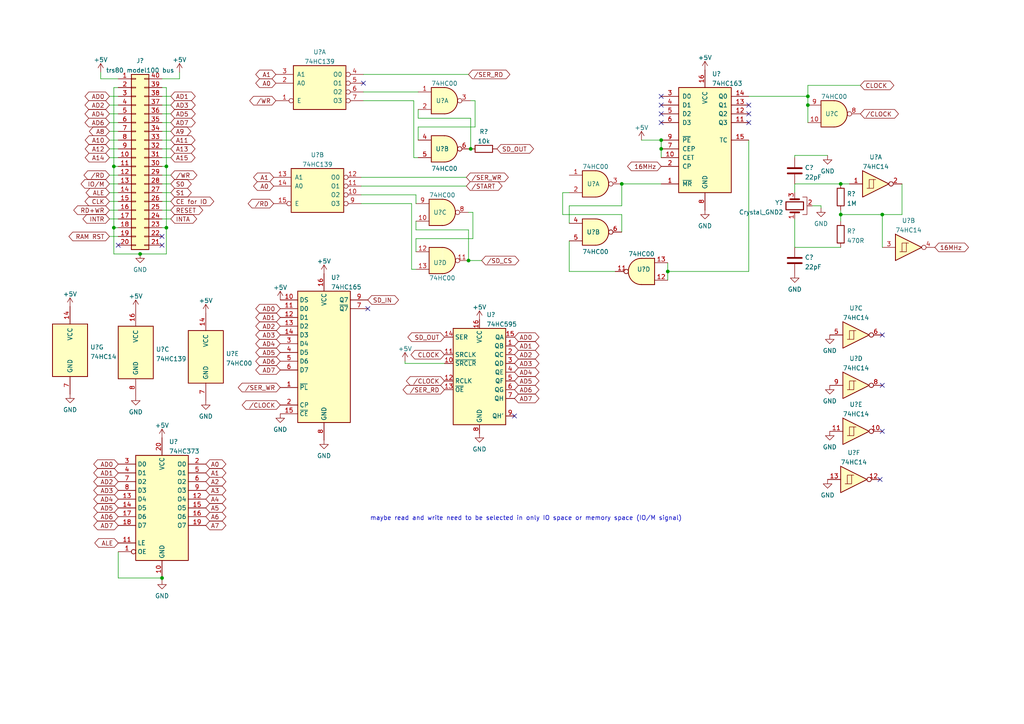
<source format=kicad_sch>
(kicad_sch (version 20211123) (generator eeschema)
  (paper "A4")
  (lib_symbols
    (symbol "74xx:74HC14" (pin_names (offset 1.016))
      (property "Reference" "U" (at 0 1.27 0))
      (property "Value" "74HC14" (at 0 -1.27 0))
      (symbol "74HC14_1_0"
        (pin input line (at -7.62 0 0) (length 3.81) (name "~") (number "1"))
        (pin output inverted (at 7.62 0 180) (length 3.81) (name "~") (number "2"))
      )
      (symbol "74HC14_2_0"
        (pin input line (at -7.62 0 0) (length 3.81) (name "~") (number "3"))
        (pin output inverted (at 7.62 0 180) (length 3.81) (name "~") (number "4"))
      )
      (symbol "74HC14_3_0"
        (pin input line (at -7.62 0 0) (length 3.81) (name "~") (number "5"))
        (pin output inverted (at 7.62 0 180) (length 3.81) (name "~") (number "6"))
      )
      (symbol "74HC14_4_0"
        (pin output inverted (at 7.62 0 180) (length 3.81) (name "~") (number "8"))
        (pin input line (at -7.62 0 0) (length 3.81) (name "~") (number "9"))
      )
      (symbol "74HC14_5_0"
        (pin output inverted (at 7.62 0 180) (length 3.81) (name "~") (number "10"))
        (pin input line (at -7.62 0 0) (length 3.81) (name "~") (number "11"))
      )
      (symbol "74HC14_6_0"
        (pin output inverted (at 7.62 0 180) (length 3.81) (name "~") (number "12"))
        (pin input line (at -7.62 0 0) (length 3.81) (name "~") (number "13"))
      )
      (symbol "74HC14_7_0"
        (pin power_in line (at 0 12.7 270) (length 5.08) (name "VCC") (number "14"))
        (pin power_in line (at 0 -12.7 90) (length 5.08) (name "GND") (number "7"))
      )
    )
    (symbol "74xx:74HC373"
      (property "Reference" "U" (at -7.62 16.51 0))
      (property "Value" "74HC373" (at -7.62 -16.51 0))
      (symbol "74HC373_1_0"
        (pin input inverted (at -12.7 -12.7 0) (length 5.08) (name "OE") (number "1"))
        (pin power_in line (at 0 -20.32 90) (length 5.08) (name "GND") (number "10"))
        (pin input line (at -12.7 -10.16 0) (length 5.08) (name "LE") (number "11"))
        (pin tri_state line (at 12.7 2.54 180) (length 5.08) (name "O4") (number "12"))
        (pin input line (at -12.7 2.54 0) (length 5.08) (name "D4") (number "13"))
        (pin input line (at -12.7 0 0) (length 5.08) (name "D5") (number "14"))
        (pin tri_state line (at 12.7 0 180) (length 5.08) (name "O5") (number "15"))
        (pin tri_state line (at 12.7 -2.54 180) (length 5.08) (name "O6") (number "16"))
        (pin input line (at -12.7 -2.54 0) (length 5.08) (name "D6") (number "17"))
        (pin input line (at -12.7 -5.08 0) (length 5.08) (name "D7") (number "18"))
        (pin tri_state line (at 12.7 -5.08 180) (length 5.08) (name "O7") (number "19"))
        (pin tri_state line (at 12.7 12.7 180) (length 5.08) (name "O0") (number "2"))
        (pin power_in line (at 0 20.32 270) (length 5.08) (name "VCC") (number "20"))
        (pin input line (at -12.7 12.7 0) (length 5.08) (name "D0") (number "3"))
        (pin input line (at -12.7 10.16 0) (length 5.08) (name "D1") (number "4"))
        (pin tri_state line (at 12.7 10.16 180) (length 5.08) (name "O1") (number "5"))
        (pin tri_state line (at 12.7 7.62 180) (length 5.08) (name "O2") (number "6"))
        (pin input line (at -12.7 7.62 0) (length 5.08) (name "D2") (number "7"))
        (pin input line (at -12.7 5.08 0) (length 5.08) (name "D3") (number "8"))
        (pin tri_state line (at 12.7 5.08 180) (length 5.08) (name "O3") (number "9"))
      )
    )
    (symbol "74xx:74LS00" (pin_names (offset 1.016))
      (property "Reference" "U" (at 0 1.27 0))
      (property "Value" "74LS00" (at 0 -1.27 0))
      (symbol "74LS00_1_1"
        (pin input line (at -7.62 2.54 0) (length 3.81) (name "~") (number "1"))
        (pin input line (at -7.62 -2.54 0) (length 3.81) (name "~") (number "2"))
        (pin output inverted (at 7.62 0 180) (length 3.81) (name "~") (number "3"))
      )
      (symbol "74LS00_1_2"
        (pin input inverted (at -7.62 2.54 0) (length 4.318) (name "~") (number "1"))
        (pin input inverted (at -7.62 -2.54 0) (length 4.318) (name "~") (number "2"))
        (pin output line (at 7.62 0 180) (length 3.81) (name "~") (number "3"))
      )
      (symbol "74LS00_2_1"
        (pin input line (at -7.62 2.54 0) (length 3.81) (name "~") (number "4"))
        (pin input line (at -7.62 -2.54 0) (length 3.81) (name "~") (number "5"))
        (pin output inverted (at 7.62 0 180) (length 3.81) (name "~") (number "6"))
      )
      (symbol "74LS00_2_2"
        (pin input inverted (at -7.62 2.54 0) (length 4.318) (name "~") (number "4"))
        (pin input inverted (at -7.62 -2.54 0) (length 4.318) (name "~") (number "5"))
        (pin output line (at 7.62 0 180) (length 3.81) (name "~") (number "6"))
      )
      (symbol "74LS00_3_1"
        (pin input line (at -7.62 -2.54 0) (length 3.81) (name "~") (number "10"))
        (pin output inverted (at 7.62 0 180) (length 3.81) (name "~") (number "8"))
        (pin input line (at -7.62 2.54 0) (length 3.81) (name "~") (number "9"))
      )
      (symbol "74LS00_3_2"
        (pin input inverted (at -7.62 -2.54 0) (length 4.318) (name "~") (number "10"))
        (pin output line (at 7.62 0 180) (length 3.81) (name "~") (number "8"))
        (pin input inverted (at -7.62 2.54 0) (length 4.318) (name "~") (number "9"))
      )
      (symbol "74LS00_4_1"
        (pin output inverted (at 7.62 0 180) (length 3.81) (name "~") (number "11"))
        (pin input line (at -7.62 2.54 0) (length 3.81) (name "~") (number "12"))
        (pin input line (at -7.62 -2.54 0) (length 3.81) (name "~") (number "13"))
      )
      (symbol "74LS00_4_2"
        (pin output line (at 7.62 0 180) (length 3.81) (name "~") (number "11"))
        (pin input inverted (at -7.62 2.54 0) (length 4.318) (name "~") (number "12"))
        (pin input inverted (at -7.62 -2.54 0) (length 4.318) (name "~") (number "13"))
      )
      (symbol "74LS00_5_0"
        (pin power_in line (at 0 12.7 270) (length 5.08) (name "VCC") (number "14"))
        (pin power_in line (at 0 -12.7 90) (length 5.08) (name "GND") (number "7"))
      )
    )
    (symbol "74xx:74LS139" (pin_names (offset 1.016))
      (property "Reference" "U" (at -7.62 8.89 0))
      (property "Value" "74LS139" (at -7.62 -8.89 0))
      (symbol "74LS139_1_0"
        (pin input inverted (at -12.7 -5.08 0) (length 5.08) (name "E") (number "1"))
        (pin input line (at -12.7 0 0) (length 5.08) (name "A0") (number "2"))
        (pin input line (at -12.7 2.54 0) (length 5.08) (name "A1") (number "3"))
        (pin output inverted (at 12.7 2.54 180) (length 5.08) (name "O0") (number "4"))
        (pin output inverted (at 12.7 0 180) (length 5.08) (name "O1") (number "5"))
        (pin output inverted (at 12.7 -2.54 180) (length 5.08) (name "O2") (number "6"))
        (pin output inverted (at 12.7 -5.08 180) (length 5.08) (name "O3") (number "7"))
      )
      (symbol "74LS139_2_0"
        (pin output inverted (at 12.7 -2.54 180) (length 5.08) (name "O2") (number "10"))
        (pin output inverted (at 12.7 0 180) (length 5.08) (name "O1") (number "11"))
        (pin output inverted (at 12.7 2.54 180) (length 5.08) (name "O0") (number "12"))
        (pin input line (at -12.7 2.54 0) (length 5.08) (name "A1") (number "13"))
        (pin input line (at -12.7 0 0) (length 5.08) (name "A0") (number "14"))
        (pin input inverted (at -12.7 -5.08 0) (length 5.08) (name "E") (number "15"))
        (pin output inverted (at 12.7 -5.08 180) (length 5.08) (name "O3") (number "9"))
      )
      (symbol "74LS139_3_0"
        (pin power_in line (at 0 12.7 270) (length 5.08) (name "VCC") (number "16"))
        (pin power_in line (at 0 -12.7 90) (length 5.08) (name "GND") (number "8"))
      )
    )
    (symbol "74xx:74LS163" (pin_names (offset 1.016))
      (property "Reference" "U" (at -7.62 16.51 0))
      (property "Value" "74LS163" (at -7.62 -16.51 0))
      (symbol "74LS163_1_0"
        (pin input line (at -12.7 -12.7 0) (length 5.08) (name "~{MR}") (number "1"))
        (pin input line (at -12.7 -5.08 0) (length 5.08) (name "CET") (number "10"))
        (pin output line (at 12.7 5.08 180) (length 5.08) (name "Q3") (number "11"))
        (pin output line (at 12.7 7.62 180) (length 5.08) (name "Q2") (number "12"))
        (pin output line (at 12.7 10.16 180) (length 5.08) (name "Q1") (number "13"))
        (pin output line (at 12.7 12.7 180) (length 5.08) (name "Q0") (number "14"))
        (pin output line (at 12.7 0 180) (length 5.08) (name "TC") (number "15"))
        (pin power_in line (at 0 20.32 270) (length 5.08) (name "VCC") (number "16"))
        (pin input line (at -12.7 -7.62 0) (length 5.08) (name "CP") (number "2"))
        (pin input line (at -12.7 12.7 0) (length 5.08) (name "D0") (number "3"))
        (pin input line (at -12.7 10.16 0) (length 5.08) (name "D1") (number "4"))
        (pin input line (at -12.7 7.62 0) (length 5.08) (name "D2") (number "5"))
        (pin input line (at -12.7 5.08 0) (length 5.08) (name "D3") (number "6"))
        (pin input line (at -12.7 -2.54 0) (length 5.08) (name "CEP") (number "7"))
        (pin power_in line (at 0 -20.32 90) (length 5.08) (name "GND") (number "8"))
        (pin input line (at -12.7 0 0) (length 5.08) (name "~{PE}") (number "9"))
      )
    )
    (symbol "74xx:74LS165"
      (property "Reference" "U" (at -7.62 19.05 0))
      (property "Value" "74LS165" (at -7.62 -21.59 0))
      (symbol "74LS165_1_0"
        (pin input line (at -12.7 -10.16 0) (length 5.08) (name "~{PL}") (number "1"))
        (pin input line (at -12.7 15.24 0) (length 5.08) (name "DS") (number "10"))
        (pin input line (at -12.7 12.7 0) (length 5.08) (name "D0") (number "11"))
        (pin input line (at -12.7 10.16 0) (length 5.08) (name "D1") (number "12"))
        (pin input line (at -12.7 7.62 0) (length 5.08) (name "D2") (number "13"))
        (pin input line (at -12.7 5.08 0) (length 5.08) (name "D3") (number "14"))
        (pin input line (at -12.7 -17.78 0) (length 5.08) (name "~{CE}") (number "15"))
        (pin power_in line (at 0 22.86 270) (length 5.08) (name "VCC") (number "16"))
        (pin input line (at -12.7 -15.24 0) (length 5.08) (name "CP") (number "2"))
        (pin input line (at -12.7 2.54 0) (length 5.08) (name "D4") (number "3"))
        (pin input line (at -12.7 0 0) (length 5.08) (name "D5") (number "4"))
        (pin input line (at -12.7 -2.54 0) (length 5.08) (name "D6") (number "5"))
        (pin input line (at -12.7 -5.08 0) (length 5.08) (name "D7") (number "6"))
        (pin output line (at 12.7 12.7 180) (length 5.08) (name "~{Q7}") (number "7"))
        (pin power_in line (at 0 -25.4 90) (length 5.08) (name "GND") (number "8"))
        (pin output line (at 12.7 15.24 180) (length 5.08) (name "Q7") (number "9"))
      )
    )
    (symbol "74xx:74LS595"
      (property "Reference" "U" (at -7.62 13.97 0))
      (property "Value" "74LS595" (at -7.62 -16.51 0))
      (symbol "74LS595_1_0"
        (pin tri_state line (at 10.16 7.62 180) (length 2.54) (name "QB") (number "1"))
        (pin input line (at -10.16 2.54 0) (length 2.54) (name "~{SRCLR}") (number "10"))
        (pin input line (at -10.16 5.08 0) (length 2.54) (name "SRCLK") (number "11"))
        (pin input line (at -10.16 -2.54 0) (length 2.54) (name "RCLK") (number "12"))
        (pin input line (at -10.16 -5.08 0) (length 2.54) (name "~{OE}") (number "13"))
        (pin input line (at -10.16 10.16 0) (length 2.54) (name "SER") (number "14"))
        (pin tri_state line (at 10.16 10.16 180) (length 2.54) (name "QA") (number "15"))
        (pin power_in line (at 0 15.24 270) (length 2.54) (name "VCC") (number "16"))
        (pin tri_state line (at 10.16 5.08 180) (length 2.54) (name "QC") (number "2"))
        (pin tri_state line (at 10.16 2.54 180) (length 2.54) (name "QD") (number "3"))
        (pin tri_state line (at 10.16 0 180) (length 2.54) (name "QE") (number "4"))
        (pin tri_state line (at 10.16 -2.54 180) (length 2.54) (name "QF") (number "5"))
        (pin tri_state line (at 10.16 -5.08 180) (length 2.54) (name "QG") (number "6"))
        (pin tri_state line (at 10.16 -7.62 180) (length 2.54) (name "QH") (number "7"))
        (pin power_in line (at 0 -17.78 90) (length 2.54) (name "GND") (number "8"))
        (pin output line (at 10.16 -12.7 180) (length 2.54) (name "QH'") (number "9"))
      )
    )
    (symbol "Connector_Generic:Conn_02x20_Counter_Clockwise" (pin_names (offset 1.016) hide)
      (property "Reference" "J" (at 1.27 25.4 0))
      (property "Value" "Conn_02x20_Counter_Clockwise" (at 1.27 -27.94 0))
      (symbol "Conn_02x20_Counter_Clockwise_1_1"
        (pin passive line (at -5.08 22.86 0) (length 3.81) (name "Pin_1") (number "1"))
        (pin passive line (at -5.08 0 0) (length 3.81) (name "Pin_10") (number "10"))
        (pin passive line (at -5.08 -2.54 0) (length 3.81) (name "Pin_11") (number "11"))
        (pin passive line (at -5.08 -5.08 0) (length 3.81) (name "Pin_12") (number "12"))
        (pin passive line (at -5.08 -7.62 0) (length 3.81) (name "Pin_13") (number "13"))
        (pin passive line (at -5.08 -10.16 0) (length 3.81) (name "Pin_14") (number "14"))
        (pin passive line (at -5.08 -12.7 0) (length 3.81) (name "Pin_15") (number "15"))
        (pin passive line (at -5.08 -15.24 0) (length 3.81) (name "Pin_16") (number "16"))
        (pin passive line (at -5.08 -17.78 0) (length 3.81) (name "Pin_17") (number "17"))
        (pin passive line (at -5.08 -20.32 0) (length 3.81) (name "Pin_18") (number "18"))
        (pin passive line (at -5.08 -22.86 0) (length 3.81) (name "Pin_19") (number "19"))
        (pin passive line (at -5.08 20.32 0) (length 3.81) (name "Pin_2") (number "2"))
        (pin passive line (at -5.08 -25.4 0) (length 3.81) (name "Pin_20") (number "20"))
        (pin passive line (at 7.62 -25.4 180) (length 3.81) (name "Pin_21") (number "21"))
        (pin passive line (at 7.62 -22.86 180) (length 3.81) (name "Pin_22") (number "22"))
        (pin passive line (at 7.62 -20.32 180) (length 3.81) (name "Pin_23") (number "23"))
        (pin passive line (at 7.62 -17.78 180) (length 3.81) (name "Pin_24") (number "24"))
        (pin passive line (at 7.62 -15.24 180) (length 3.81) (name "Pin_25") (number "25"))
        (pin passive line (at 7.62 -12.7 180) (length 3.81) (name "Pin_26") (number "26"))
        (pin passive line (at 7.62 -10.16 180) (length 3.81) (name "Pin_27") (number "27"))
        (pin passive line (at 7.62 -7.62 180) (length 3.81) (name "Pin_28") (number "28"))
        (pin passive line (at 7.62 -5.08 180) (length 3.81) (name "Pin_29") (number "29"))
        (pin passive line (at -5.08 17.78 0) (length 3.81) (name "Pin_3") (number "3"))
        (pin passive line (at 7.62 -2.54 180) (length 3.81) (name "Pin_30") (number "30"))
        (pin passive line (at 7.62 0 180) (length 3.81) (name "Pin_31") (number "31"))
        (pin passive line (at 7.62 2.54 180) (length 3.81) (name "Pin_32") (number "32"))
        (pin passive line (at 7.62 5.08 180) (length 3.81) (name "Pin_33") (number "33"))
        (pin passive line (at 7.62 7.62 180) (length 3.81) (name "Pin_34") (number "34"))
        (pin passive line (at 7.62 10.16 180) (length 3.81) (name "Pin_35") (number "35"))
        (pin passive line (at 7.62 12.7 180) (length 3.81) (name "Pin_36") (number "36"))
        (pin passive line (at 7.62 15.24 180) (length 3.81) (name "Pin_37") (number "37"))
        (pin passive line (at 7.62 17.78 180) (length 3.81) (name "Pin_38") (number "38"))
        (pin passive line (at 7.62 20.32 180) (length 3.81) (name "Pin_39") (number "39"))
        (pin passive line (at -5.08 15.24 0) (length 3.81) (name "Pin_4") (number "4"))
        (pin passive line (at 7.62 22.86 180) (length 3.81) (name "Pin_40") (number "40"))
        (pin passive line (at -5.08 12.7 0) (length 3.81) (name "Pin_5") (number "5"))
        (pin passive line (at -5.08 10.16 0) (length 3.81) (name "Pin_6") (number "6"))
        (pin passive line (at -5.08 7.62 0) (length 3.81) (name "Pin_7") (number "7"))
        (pin passive line (at -5.08 5.08 0) (length 3.81) (name "Pin_8") (number "8"))
        (pin passive line (at -5.08 2.54 0) (length 3.81) (name "Pin_9") (number "9"))
      )
    )
    (symbol "Device:C" (pin_numbers hide) (pin_names (offset 0.254))
      (property "Reference" "C" (at 0.635 2.54 0))
      (property "Value" "C" (at 0.635 -2.54 0))
      (symbol "C_1_1"
        (pin passive line (at 0 3.81 270) (length 2.794) (name "~") (number "1"))
        (pin passive line (at 0 -3.81 90) (length 2.794) (name "~") (number "2"))
      )
    )
    (symbol "Device:Crystal_GND2" (pin_names (offset 1.016) hide)
      (property "Reference" "Y" (at 0 5.715 0))
      (property "Value" "Crystal_GND2" (at 0 3.81 0))
      (symbol "Crystal_GND2_1_1"
        (pin passive line (at -3.81 0 0) (length 1.27) (name "1") (number "1"))
        (pin passive line (at 0 -5.08 90) (length 1.27) (name "2") (number "2"))
        (pin passive line (at 3.81 0 180) (length 1.27) (name "3") (number "3"))
      )
    )
    (symbol "Device:R" (pin_numbers hide) (pin_names (offset 0))
      (property "Reference" "R" (at 2.032 0 90))
      (property "Value" "R" (at 0 0 90))
      (symbol "R_1_1"
        (pin passive line (at 0 3.81 270) (length 1.27) (name "~") (number "1"))
        (pin passive line (at 0 -3.81 90) (length 1.27) (name "~") (number "2"))
      )
    )
    (symbol "power:+5V" (power) (pin_names (offset 0))
      (property "Value" "+5V" (at 0 3.556 0))
      (symbol "+5V_1_1"
        (pin power_in line (at 0 0 90) (length 0) hide (name "+5V") (number "1"))
      )
    )
    (symbol "power:GND" (power) (pin_names (offset 0))
      (property "Value" "GND" (at 0 -3.81 0))
      (symbol "GND_1_1"
        (pin power_in line (at 0 0 270) (length 0) hide (name "GND") (number "1"))
      )
    )
  )
  (junction (at 191.77 40.64))
  (junction (at 48.26 48.26))
  (junction (at 40.64 73.66))
  (junction (at 243.84 53.34))
  (junction (at 243.84 62.23))
  (junction (at 33.02 48.26))
  (junction (at 255.905 62.23))
  (junction (at 191.77 43.18))
  (junction (at 135.89 75.565))
  (junction (at 193.675 78.74))
  (junction (at 48.26 66.04))
  (junction (at 136.525 43.18))
  (junction (at 46.99 167.64))
  (junction (at 234.315 30.48))
  (junction (at 234.315 27.94))
  (junction (at 33.02 66.04))
  (junction (at 180.34 53.34))
  (no_connect (at 191.77 30.48))
  (no_connect (at 191.77 27.94))
  (no_connect (at 191.77 33.02))
  (no_connect (at 191.77 35.56))
  (no_connect (at 106.68 89.535))
  (no_connect (at 149.225 120.65))
  (no_connect (at 34.29 71.12))
  (no_connect (at 46.99 68.58))
  (no_connect (at 46.99 71.12))
  (no_connect (at 217.17 30.48))
  (no_connect (at 217.17 33.02))
  (no_connect (at 217.17 35.56))
  (no_connect (at 255.905 97.155))
  (no_connect (at 255.905 111.76))
  (no_connect (at 255.905 125.095))
  (no_connect (at 255.27 139.065))
  (no_connect (at 105.41 24.13))
  (wire (pts (xy 230.505 63.5) (xy 230.505 71.755)))
  (wire (pts (xy 243.84 62.23) (xy 243.84 64.135)))
  (wire (pts (xy 46.99 27.94) (xy 49.53 27.94)))
  (wire (pts (xy 137.16 61.595) (xy 137.16 69.215)))
  (wire (pts (xy 191.77 43.18) (xy 191.77 40.64)))
  (wire (pts (xy 261.62 53.34) (xy 261.62 62.23)))
  (wire (pts (xy 137.795 29.21) (xy 137.795 36.83)))
  (wire (pts (xy 46.99 45.72) (xy 49.53 45.72)))
  (wire (pts (xy 117.475 105.41) (xy 117.475 104.775)))
  (wire (pts (xy 120.65 64.135) (xy 120.65 66.675)))
  (wire (pts (xy 31.75 35.56) (xy 34.29 35.56)))
  (wire (pts (xy 34.29 160.02) (xy 34.29 167.64)))
  (wire (pts (xy 238.125 59.69) (xy 238.125 60.325)))
  (wire (pts (xy 46.99 55.88) (xy 49.53 55.88)))
  (wire (pts (xy 230.505 71.755) (xy 243.84 71.755)))
  (wire (pts (xy 120.65 66.675) (xy 135.89 66.675)))
  (wire (pts (xy 119.38 59.055) (xy 119.38 78.105)))
  (wire (pts (xy 52.07 22.86) (xy 46.99 22.86)))
  (wire (pts (xy 31.75 68.58) (xy 34.29 68.58)))
  (wire (pts (xy 230.505 53.34) (xy 230.505 55.88)))
  (wire (pts (xy 255.905 62.23) (xy 243.84 62.23)))
  (wire (pts (xy 180.34 62.23) (xy 180.34 67.31)))
  (wire (pts (xy 180.34 53.34) (xy 191.77 53.34)))
  (wire (pts (xy 137.795 36.83) (xy 121.285 36.83)))
  (wire (pts (xy 243.84 60.96) (xy 243.84 62.23)))
  (wire (pts (xy 34.29 22.86) (xy 29.21 22.86)))
  (wire (pts (xy 240.03 45.085) (xy 230.505 45.085)))
  (wire (pts (xy 191.77 40.64) (xy 186.055 40.64)))
  (wire (pts (xy 191.77 45.72) (xy 191.77 43.18)))
  (wire (pts (xy 105.41 29.21) (xy 120.015 29.21)))
  (wire (pts (xy 120.65 56.515) (xy 120.65 59.055)))
  (wire (pts (xy 46.99 60.96) (xy 49.53 60.96)))
  (wire (pts (xy 193.675 78.74) (xy 193.675 81.28)))
  (wire (pts (xy 104.775 56.515) (xy 120.65 56.515)))
  (wire (pts (xy 34.29 167.64) (xy 46.99 167.64)))
  (wire (pts (xy 31.75 63.5) (xy 34.29 63.5)))
  (wire (pts (xy 29.21 22.86) (xy 29.21 20.955)))
  (wire (pts (xy 105.41 26.67) (xy 121.285 26.67)))
  (wire (pts (xy 180.34 53.34) (xy 180.34 59.69)))
  (wire (pts (xy 31.75 27.94) (xy 34.29 27.94)))
  (wire (pts (xy 165.1 59.69) (xy 165.1 64.77)))
  (wire (pts (xy 46.99 25.4) (xy 48.26 25.4)))
  (wire (pts (xy 104.775 59.055) (xy 119.38 59.055)))
  (wire (pts (xy 33.02 48.26) (xy 34.29 48.26)))
  (wire (pts (xy 31.75 53.34) (xy 34.29 53.34)))
  (wire (pts (xy 163.195 62.23) (xy 180.34 62.23)))
  (wire (pts (xy 31.75 50.8) (xy 34.29 50.8)))
  (wire (pts (xy 31.75 55.88) (xy 34.29 55.88)))
  (wire (pts (xy 165.1 55.88) (xy 163.195 55.88)))
  (wire (pts (xy 136.525 34.29) (xy 136.525 43.18)))
  (wire (pts (xy 46.99 43.18) (xy 49.53 43.18)))
  (wire (pts (xy 46.99 33.02) (xy 49.53 33.02)))
  (wire (pts (xy 135.89 61.595) (xy 137.16 61.595)))
  (wire (pts (xy 104.775 53.975) (xy 135.255 53.975)))
  (wire (pts (xy 46.99 35.56) (xy 49.53 35.56)))
  (wire (pts (xy 31.75 33.02) (xy 34.29 33.02)))
  (wire (pts (xy 33.02 48.26) (xy 33.02 66.04)))
  (wire (pts (xy 52.07 20.955) (xy 52.07 22.86)))
  (wire (pts (xy 120.65 69.215) (xy 120.65 73.025)))
  (wire (pts (xy 234.315 24.765) (xy 249.555 24.765)))
  (wire (pts (xy 235.585 59.69) (xy 238.125 59.69)))
  (wire (pts (xy 31.75 45.72) (xy 34.29 45.72)))
  (wire (pts (xy 31.75 43.18) (xy 34.29 43.18)))
  (wire (pts (xy 46.99 30.48) (xy 49.53 30.48)))
  (wire (pts (xy 243.84 53.34) (xy 230.505 53.34)))
  (wire (pts (xy 121.285 31.75) (xy 121.285 34.29)))
  (wire (pts (xy 46.99 63.5) (xy 49.53 63.5)))
  (wire (pts (xy 121.285 34.29) (xy 136.525 34.29)))
  (wire (pts (xy 46.99 50.8) (xy 49.53 50.8)))
  (wire (pts (xy 255.905 62.23) (xy 255.905 71.755)))
  (wire (pts (xy 48.26 66.04) (xy 46.99 66.04)))
  (wire (pts (xy 48.26 66.04) (xy 48.26 73.66)))
  (wire (pts (xy 34.29 66.04) (xy 33.02 66.04)))
  (wire (pts (xy 217.17 27.94) (xy 234.315 27.94)))
  (wire (pts (xy 136.525 29.21) (xy 137.795 29.21)))
  (wire (pts (xy 165.1 69.85) (xy 165.1 78.74)))
  (wire (pts (xy 234.315 27.94) (xy 234.315 30.48)))
  (wire (pts (xy 135.89 66.675) (xy 135.89 75.565)))
  (wire (pts (xy 137.16 69.215) (xy 120.65 69.215)))
  (wire (pts (xy 33.02 25.4) (xy 33.02 48.26)))
  (wire (pts (xy 46.99 40.64) (xy 49.53 40.64)))
  (wire (pts (xy 234.315 27.94) (xy 234.315 24.765)))
  (wire (pts (xy 48.26 48.26) (xy 48.26 66.04)))
  (wire (pts (xy 121.285 36.83) (xy 121.285 40.64)))
  (wire (pts (xy 104.775 51.435) (xy 135.255 51.435)))
  (wire (pts (xy 119.38 78.105) (xy 120.65 78.105)))
  (wire (pts (xy 48.26 25.4) (xy 48.26 48.26)))
  (wire (pts (xy 193.675 76.2) (xy 193.675 78.74)))
  (wire (pts (xy 163.195 55.88) (xy 163.195 62.23)))
  (wire (pts (xy 120.015 29.21) (xy 120.015 45.72)))
  (wire (pts (xy 46.99 58.42) (xy 49.53 58.42)))
  (wire (pts (xy 34.29 25.4) (xy 33.02 25.4)))
  (wire (pts (xy 165.1 78.74) (xy 178.435 78.74)))
  (wire (pts (xy 243.84 53.34) (xy 246.38 53.34)))
  (wire (pts (xy 128.905 105.41) (xy 117.475 105.41)))
  (wire (pts (xy 120.015 45.72) (xy 121.285 45.72)))
  (wire (pts (xy 230.505 45.085) (xy 230.505 45.72)))
  (wire (pts (xy 105.41 21.59) (xy 135.89 21.59)))
  (wire (pts (xy 217.17 40.64) (xy 217.17 78.74)))
  (wire (pts (xy 48.26 48.26) (xy 46.99 48.26)))
  (wire (pts (xy 31.75 58.42) (xy 34.29 58.42)))
  (wire (pts (xy 46.99 167.64) (xy 46.99 168.275)))
  (wire (pts (xy 234.315 30.48) (xy 234.315 35.56)))
  (wire (pts (xy 31.75 40.64) (xy 34.29 40.64)))
  (wire (pts (xy 31.75 60.96) (xy 34.29 60.96)))
  (wire (pts (xy 261.62 62.23) (xy 255.905 62.23)))
  (wire (pts (xy 135.89 75.565) (xy 139.7 75.565)))
  (wire (pts (xy 40.64 73.66) (xy 33.02 73.66)))
  (wire (pts (xy 46.99 38.1) (xy 49.53 38.1)))
  (wire (pts (xy 31.75 38.1) (xy 34.29 38.1)))
  (wire (pts (xy 31.75 30.48) (xy 34.29 30.48)))
  (wire (pts (xy 40.64 73.66) (xy 48.26 73.66)))
  (wire (pts (xy 180.34 59.69) (xy 165.1 59.69)))
  (wire (pts (xy 217.17 78.74) (xy 193.675 78.74)))
  (wire (pts (xy 46.99 53.34) (xy 49.53 53.34)))
  (wire (pts (xy 33.02 66.04) (xy 33.02 73.66)))
  (text "maybe read and write need to be selected in only IO space or memory space (IO/M signal)\n" (at 107.315 151.13 0) (effects (font (size 1.27 1.27)) (justify left bottom)))
  (global_label "A7" (shape bidirectional) (at 59.69 152.4 0) (property "Intersheet References" "${INTERSHEET_REFS}" (effects hide)))
  (global_label "INTA" (shape bidirectional) (at 49.53 63.5 0) (property "Intersheet References" "${INTERSHEET_REFS}" (effects hide)))
  (global_label "AD4" (shape bidirectional) (at 34.29 144.78 180) (property "Intersheet References" "${INTERSHEET_REFS}" (effects hide)))
  (global_label "{slash}WR" (shape bidirectional) (at 80.01 29.21 180) (property "Intersheet References" "${INTERSHEET_REFS}" (effects hide)))
  (global_label "16MHz" (shape bidirectional) (at 191.77 48.26 180) (property "Intersheet References" "${INTERSHEET_REFS}" (effects hide)))
  (global_label "A10" (shape bidirectional) (at 31.75 40.64 180) (property "Intersheet References" "${INTERSHEET_REFS}" (effects hide)))
  (global_label "{slash}SER_RD" (shape bidirectional) (at 135.89 21.59 0) (property "Intersheet References" "${INTERSHEET_REFS}" (effects hide)))
  (global_label "S1" (shape bidirectional) (at 49.53 55.88 0) (property "Intersheet References" "${INTERSHEET_REFS}" (effects hide)))
  (global_label "RESET" (shape bidirectional) (at 49.53 60.96 0) (property "Intersheet References" "${INTERSHEET_REFS}" (effects hide)))
  (global_label "AD2" (shape bidirectional) (at 149.225 102.87 0) (property "Intersheet References" "${INTERSHEET_REFS}" (effects hide)))
  (global_label "AD0" (shape bidirectional) (at 81.28 89.535 180) (property "Intersheet References" "${INTERSHEET_REFS}" (effects hide)))
  (global_label "AD1" (shape bidirectional) (at 34.29 137.16 180) (property "Intersheet References" "${INTERSHEET_REFS}" (effects hide)))
  (global_label "A15" (shape bidirectional) (at 49.53 45.72 0) (property "Intersheet References" "${INTERSHEET_REFS}" (effects hide)))
  (global_label "RD+WR" (shape bidirectional) (at 31.75 60.96 180) (property "Intersheet References" "${INTERSHEET_REFS}" (effects hide)))
  (global_label "A6" (shape bidirectional) (at 59.69 149.86 0) (property "Intersheet References" "${INTERSHEET_REFS}" (effects hide)))
  (global_label "AD2" (shape bidirectional) (at 34.29 139.7 180) (property "Intersheet References" "${INTERSHEET_REFS}" (effects hide)))
  (global_label "CLK" (shape bidirectional) (at 31.75 58.42 180) (property "Intersheet References" "${INTERSHEET_REFS}" (effects hide)))
  (global_label "{slash}CLOCK" (shape bidirectional) (at 128.905 110.49 180) (property "Intersheet References" "${INTERSHEET_REFS}" (effects hide)))
  (global_label "AD4" (shape bidirectional) (at 31.75 33.02 180) (property "Intersheet References" "${INTERSHEET_REFS}" (effects hide)))
  (global_label "{slash}RD" (shape bidirectional) (at 79.375 59.055 180) (property "Intersheet References" "${INTERSHEET_REFS}" (effects hide)))
  (global_label "A5" (shape bidirectional) (at 59.69 147.32 0) (property "Intersheet References" "${INTERSHEET_REFS}" (effects hide)))
  (global_label "{slash}START" (shape bidirectional) (at 135.255 53.975 0) (property "Intersheet References" "${INTERSHEET_REFS}" (effects hide)))
  (global_label "A0" (shape bidirectional) (at 59.69 134.62 0) (property "Intersheet References" "${INTERSHEET_REFS}" (effects hide)))
  (global_label "RAM RST" (shape bidirectional) (at 31.75 68.58 180) (property "Intersheet References" "${INTERSHEET_REFS}" (effects hide)))
  (global_label "IO{slash}M" (shape bidirectional) (at 31.75 53.34 180) (property "Intersheet References" "${INTERSHEET_REFS}" (effects hide)))
  (global_label "AD4" (shape bidirectional) (at 81.28 99.695 180) (property "Intersheet References" "${INTERSHEET_REFS}" (effects hide)))
  (global_label "{slash}SER_WR" (shape bidirectional) (at 135.255 51.435 0) (property "Intersheet References" "${INTERSHEET_REFS}" (effects hide)))
  (global_label "AD5" (shape bidirectional) (at 34.29 147.32 180) (property "Intersheet References" "${INTERSHEET_REFS}" (effects hide)))
  (global_label "A3" (shape bidirectional) (at 59.69 142.24 0) (property "Intersheet References" "${INTERSHEET_REFS}" (effects hide)))
  (global_label "A0" (shape bidirectional) (at 80.01 24.13 180) (property "Intersheet References" "${INTERSHEET_REFS}" (effects hide)))
  (global_label "CE for IO" (shape bidirectional) (at 49.53 58.42 0) (property "Intersheet References" "${INTERSHEET_REFS}" (effects hide)))
  (global_label "{slash}SER_RD" (shape bidirectional) (at 128.905 113.03 180) (property "Intersheet References" "${INTERSHEET_REFS}" (effects hide)))
  (global_label "A2" (shape bidirectional) (at 59.69 139.7 0) (property "Intersheet References" "${INTERSHEET_REFS}" (effects hide)))
  (global_label "AD3" (shape bidirectional) (at 34.29 142.24 180) (property "Intersheet References" "${INTERSHEET_REFS}" (effects hide)))
  (global_label "AD5" (shape bidirectional) (at 149.225 110.49 0) (property "Intersheet References" "${INTERSHEET_REFS}" (effects hide)))
  (global_label "AD6" (shape bidirectional) (at 34.29 149.86 180) (property "Intersheet References" "${INTERSHEET_REFS}" (effects hide)))
  (global_label "AD1" (shape bidirectional) (at 81.28 92.075 180) (property "Intersheet References" "${INTERSHEET_REFS}" (effects hide)))
  (global_label "ALE" (shape bidirectional) (at 34.29 157.48 180) (property "Intersheet References" "${INTERSHEET_REFS}" (effects hide)))
  (global_label "AD6" (shape bidirectional) (at 31.75 35.56 180) (property "Intersheet References" "${INTERSHEET_REFS}" (effects hide)))
  (global_label "INTR" (shape bidirectional) (at 31.75 63.5 180) (property "Intersheet References" "${INTERSHEET_REFS}" (effects hide)))
  (global_label "{slash}CLOCK" (shape bidirectional) (at 249.555 33.02 0) (property "Intersheet References" "${INTERSHEET_REFS}" (effects hide)))
  (global_label "A13" (shape bidirectional) (at 49.53 43.18 0) (property "Intersheet References" "${INTERSHEET_REFS}" (effects hide)))
  (global_label "A11" (shape bidirectional) (at 49.53 40.64 0) (property "Intersheet References" "${INTERSHEET_REFS}" (effects hide)))
  (global_label "AD5" (shape bidirectional) (at 49.53 33.02 0) (property "Intersheet References" "${INTERSHEET_REFS}" (effects hide)))
  (global_label "AD7" (shape bidirectional) (at 81.28 107.315 180) (property "Intersheet References" "${INTERSHEET_REFS}" (effects hide)))
  (global_label "AD0" (shape bidirectional) (at 34.29 134.62 180) (property "Intersheet References" "${INTERSHEET_REFS}" (effects hide)))
  (global_label "A8" (shape bidirectional) (at 31.75 38.1 180) (property "Intersheet References" "${INTERSHEET_REFS}" (effects hide)))
  (global_label "CLOCK" (shape bidirectional) (at 128.905 102.87 180) (property "Intersheet References" "${INTERSHEET_REFS}" (effects hide)))
  (global_label "AD1" (shape bidirectional) (at 149.225 100.33 0) (property "Intersheet References" "${INTERSHEET_REFS}" (effects hide)))
  (global_label "CLOCK" (shape bidirectional) (at 249.555 24.765 0) (property "Intersheet References" "${INTERSHEET_REFS}" (effects hide)))
  (global_label "AD7" (shape bidirectional) (at 149.225 115.57 0) (property "Intersheet References" "${INTERSHEET_REFS}" (effects hide)))
  (global_label "AD5" (shape bidirectional) (at 81.28 102.235 180) (property "Intersheet References" "${INTERSHEET_REFS}" (effects hide)))
  (global_label "AD3" (shape bidirectional) (at 81.28 97.155 180) (property "Intersheet References" "${INTERSHEET_REFS}" (effects hide)))
  (global_label "AD3" (shape bidirectional) (at 149.225 105.41 0) (property "Intersheet References" "${INTERSHEET_REFS}" (effects hide)))
  (global_label "A0" (shape bidirectional) (at 79.375 53.975 180) (property "Intersheet References" "${INTERSHEET_REFS}" (effects hide)))
  (global_label "16MHz" (shape bidirectional) (at 271.145 71.755 0) (property "Intersheet References" "${INTERSHEET_REFS}" (effects hide)))
  (global_label "AD2" (shape bidirectional) (at 31.75 30.48 180) (property "Intersheet References" "${INTERSHEET_REFS}" (effects hide)))
  (global_label "AD7" (shape bidirectional) (at 49.53 35.56 0) (property "Intersheet References" "${INTERSHEET_REFS}" (effects hide)))
  (global_label "AD0" (shape bidirectional) (at 31.75 27.94 180) (property "Intersheet References" "${INTERSHEET_REFS}" (effects hide)))
  (global_label "ALE" (shape bidirectional) (at 31.75 55.88 180) (property "Intersheet References" "${INTERSHEET_REFS}" (effects hide)))
  (global_label "{slash}SER_WR" (shape bidirectional) (at 81.28 112.395 180) (property "Intersheet References" "${INTERSHEET_REFS}" (effects hide)))
  (global_label "SD_IN" (shape bidirectional) (at 106.68 86.995 0) (property "Intersheet References" "${INTERSHEET_REFS}" (effects hide)))
  (global_label "AD1" (shape bidirectional) (at 49.53 27.94 0) (property "Intersheet References" "${INTERSHEET_REFS}" (effects hide)))
  (global_label "{slash}CLOCK" (shape bidirectional) (at 81.28 117.475 180) (property "Intersheet References" "${INTERSHEET_REFS}" (effects hide)))
  (global_label "AD2" (shape bidirectional) (at 81.28 94.615 180) (property "Intersheet References" "${INTERSHEET_REFS}" (effects hide)))
  (global_label "{slash}SD_CS" (shape bidirectional) (at 139.7 75.565 0) (property "Intersheet References" "${INTERSHEET_REFS}" (effects hide)))
  (global_label "A12" (shape bidirectional) (at 31.75 43.18 180) (property "Intersheet References" "${INTERSHEET_REFS}" (effects hide)))
  (global_label "A1" (shape bidirectional) (at 80.01 21.59 180) (property "Intersheet References" "${INTERSHEET_REFS}" (effects hide)))
  (global_label "{slash}WR" (shape bidirectional) (at 49.53 50.8 0) (property "Intersheet References" "${INTERSHEET_REFS}" (effects hide)))
  (global_label "A4" (shape bidirectional) (at 59.69 144.78 0) (property "Intersheet References" "${INTERSHEET_REFS}" (effects hide)))
  (global_label "AD6" (shape bidirectional) (at 149.225 113.03 0) (property "Intersheet References" "${INTERSHEET_REFS}" (effects hide)))
  (global_label "AD7" (shape bidirectional) (at 34.29 152.4 180) (property "Intersheet References" "${INTERSHEET_REFS}" (effects hide)))
  (global_label "A9" (shape bidirectional) (at 49.53 38.1 0) (property "Intersheet References" "${INTERSHEET_REFS}" (effects hide)))
  (global_label "A1" (shape bidirectional) (at 79.375 51.435 180) (property "Intersheet References" "${INTERSHEET_REFS}" (effects hide)))
  (global_label "SD_OUT" (shape bidirectional) (at 144.145 43.18 0) (property "Intersheet References" "${INTERSHEET_REFS}" (effects hide)))
  (global_label "AD0" (shape bidirectional) (at 149.225 97.79 0) (property "Intersheet References" "${INTERSHEET_REFS}" (effects hide)))
  (global_label "S0" (shape bidirectional) (at 49.53 53.34 0) (property "Intersheet References" "${INTERSHEET_REFS}" (effects hide)))
  (global_label "A14" (shape bidirectional) (at 31.75 45.72 180) (property "Intersheet References" "${INTERSHEET_REFS}" (effects hide)))
  (global_label "SD_OUT" (shape bidirectional) (at 128.905 97.79 180) (property "Intersheet References" "${INTERSHEET_REFS}" (effects hide)))
  (global_label "{slash}RD" (shape bidirectional) (at 31.75 50.8 180) (property "Intersheet References" "${INTERSHEET_REFS}" (effects hide)))
  (global_label "AD3" (shape bidirectional) (at 49.53 30.48 0) (property "Intersheet References" "${INTERSHEET_REFS}" (effects hide)))
  (global_label "AD6" (shape bidirectional) (at 81.28 104.775 180) (property "Intersheet References" "${INTERSHEET_REFS}" (effects hide)))
  (global_label "A1" (shape bidirectional) (at 59.69 137.16 0) (property "Intersheet References" "${INTERSHEET_REFS}" (effects hide)))
  (global_label "AD4" (shape bidirectional) (at 149.225 107.95 0) (property "Intersheet References" "${INTERSHEET_REFS}" (effects hide)))
  (symbol (lib_id "power:GND") (at 139.065 125.73 0) (unit 1)
    (property "Reference" "#PWR?" (effects hide))
    (property "Value" "GND" (at 139.065 130.2925 0))
  )
  (symbol (lib_id "74xx:74LS139") (at 39.37 102.235 0) (unit 3)
    (property "Reference" "U?" (at 45.212 101.3265 0) (effects (justify left)))
    (property "Value" "74HC139" (at 45.212 104.1016 0) (effects (justify left)))
    (property "Datasheet" "http://www.ti.com/lit/ds/symlink/sn74ls139a.pdf" (effects hide))
  )
  (symbol (lib_id "power:GND") (at 81.28 120.015 0) (unit 1)
    (property "Reference" "#PWR?" (effects hide))
    (property "Value" "GND" (at 81.28 124.5775 0))
  )
  (symbol (lib_id "74xx:74LS139") (at 92.71 24.13 0) (unit 1)
    (property "Reference" "U?" (at 92.71 15.0835 0))
    (property "Value" "74HC139" (at 92.71 17.8586 0))
    (property "Datasheet" "http://www.ti.com/lit/ds/symlink/sn74ls139a.pdf" (effects hide))
  )
  (symbol (lib_id "Device:R") (at 140.335 43.18 90) (unit 1)
    (property "Reference" "R?" (at 140.335 38.1975 90))
    (property "Value" "10k" (at 140.335 40.9726 90))
  )
  (symbol (lib_id "74xx:74LS00") (at 186.055 78.74 180) (unit 4)
    (property "Reference" "U?" (at 186.69 78.105 0))
    (property "Value" "74HC00" (at 186.055 73.66 0))
    (property "Datasheet" "http://www.ti.com/lit/gpn/sn74ls00" (effects hide))
  )
  (symbol (lib_id "74xx:74LS00") (at 59.69 103.505 0) (unit 5)
    (property "Reference" "U?" (at 65.532 102.5965 0) (effects (justify left)))
    (property "Value" "74HC00" (at 65.532 105.3716 0) (effects (justify left)))
    (property "Datasheet" "http://www.ti.com/lit/gpn/sn74ls00" (effects hide))
  )
  (symbol (lib_id "power:GND") (at 46.99 168.275 0) (unit 1)
    (property "Reference" "#PWR?" (effects hide))
    (property "Value" "GND" (at 46.99 172.8375 0))
  )
  (symbol (lib_id "power:GND") (at 240.665 97.155 0) (unit 1)
    (property "Reference" "#PWR?" (effects hide))
    (property "Value" "GND" (at 240.665 101.7175 0))
  )
  (symbol (lib_id "74xx:74LS00") (at 128.27 61.595 0) (unit 3)
    (property "Reference" "U?" (at 127.635 61.595 0))
    (property "Value" "74HC00" (at 128.27 56.5936 0))
    (property "Datasheet" "http://www.ti.com/lit/gpn/sn74ls00" (effects hide))
  )
  (symbol (lib_id "power:+5V") (at 29.21 20.955 0) (unit 1)
    (property "Reference" "#PWR?" (effects hide))
    (property "Value" "+5V" (at 29.21 17.3505 0))
  )
  (symbol (lib_id "74xx:74LS595") (at 139.065 107.95 0) (unit 1)
    (property "Reference" "U?" (at 141.0844 91.2835 0) (effects (justify left)))
    (property "Value" "74HC595" (at 141.0844 94.0586 0) (effects (justify left)))
    (property "Datasheet" "http://www.ti.com/lit/gpn/sn74ls595" (effects hide))
  )
  (symbol (lib_id "Device:C") (at 230.505 75.565 0) (unit 1)
    (property "Reference" "C?" (at 233.426 74.6565 0) (effects (justify left)))
    (property "Value" "22pF" (at 233.426 77.4316 0) (effects (justify left)))
  )
  (symbol (lib_id "power:+5V") (at 46.99 127 0) (unit 1)
    (property "Reference" "#PWR?" (effects hide))
    (property "Value" "+5V" (at 46.99 123.3955 0))
  )
  (symbol (lib_id "power:GND") (at 59.69 116.205 0) (unit 1)
    (property "Reference" "#PWR?" (effects hide))
    (property "Value" "GND" (at 59.69 120.7675 0))
  )
  (symbol (lib_id "74xx:74LS163") (at 204.47 40.64 0) (unit 1)
    (property "Reference" "U?" (at 206.4894 21.4335 0) (effects (justify left)))
    (property "Value" "74HC163" (at 206.4894 24.2086 0) (effects (justify left)))
    (property "Datasheet" "http://www.ti.com/lit/gpn/sn74LS163" (effects hide))
  )
  (symbol (lib_id "74xx:74LS00") (at 128.27 75.565 0) (unit 4)
    (property "Reference" "U?" (at 127.635 76.2 0))
    (property "Value" "74HC00" (at 128.27 80.645 0))
    (property "Datasheet" "http://www.ti.com/lit/gpn/sn74ls00" (effects hide))
  )
  (symbol (lib_id "74xx:74HC14") (at 248.285 97.155 0) (unit 3)
    (property "Reference" "U?" (at 248.285 89.3785 0))
    (property "Value" "74HC14" (at 248.285 92.1536 0))
    (property "Datasheet" "http://www.ti.com/lit/gpn/sn74HC14" (effects hide))
  )
  (symbol (lib_id "power:GND") (at 238.125 60.325 0) (unit 1)
    (property "Reference" "#PWR?" (effects hide))
    (property "Value" "GND" (at 238.125 64.8875 0))
  )
  (symbol (lib_id "power:+5V") (at 204.47 20.32 0) (unit 1)
    (property "Reference" "#PWR?" (effects hide))
    (property "Value" "+5V" (at 204.47 16.7155 0))
  )
  (symbol (lib_id "power:GND") (at 39.37 114.935 0) (unit 1)
    (property "Reference" "#PWR?" (effects hide))
    (property "Value" "GND" (at 39.37 119.4975 0))
  )
  (symbol (lib_id "74xx:74HC14") (at 20.32 101.6 0) (unit 7)
    (property "Reference" "U?" (at 26.162 100.6915 0) (effects (justify left)))
    (property "Value" "74HC14" (at 26.162 103.4666 0) (effects (justify left)))
    (property "Datasheet" "http://www.ti.com/lit/gpn/sn74HC14" (effects hide))
  )
  (symbol (lib_id "power:+5V") (at 93.98 79.375 0) (unit 1)
    (property "Reference" "#PWR?" (effects hide))
    (property "Value" "+5V" (at 93.98 75.7705 0))
  )
  (symbol (lib_id "power:GND") (at 204.47 60.96 0) (unit 1)
    (property "Reference" "#PWR?" (effects hide))
    (property "Value" "GND" (at 204.47 65.5225 0))
  )
  (symbol (lib_id "Device:R") (at 243.84 67.945 0) (unit 1)
    (property "Reference" "R?" (at 245.618 67.0365 0) (effects (justify left)))
    (property "Value" "470R" (at 245.618 69.8116 0) (effects (justify left)))
  )
  (symbol (lib_id "74xx:74LS165") (at 93.98 102.235 0) (unit 1)
    (property "Reference" "U?" (at 95.9994 80.4885 0) (effects (justify left)))
    (property "Value" "74HC165" (at 95.9994 83.2636 0) (effects (justify left)))
    (property "Datasheet" "https://www.ti.com/lit/ds/symlink/sn74ls165a.pdf" (effects hide))
  )
  (symbol (lib_id "74xx:74LS00") (at 128.905 43.18 0) (unit 2)
    (property "Reference" "U?" (at 128.27 43.18 0))
    (property "Value" "74HC00" (at 128.905 48.895 0))
    (property "Datasheet" "http://www.ti.com/lit/gpn/sn74ls00" (effects hide))
  )
  (symbol (lib_id "power:+5V") (at 81.28 86.995 0) (unit 1)
    (property "Reference" "#PWR?" (effects hide))
    (property "Value" "+5V" (at 81.28 83.3905 0))
  )
  (symbol (lib_id "power:+5V") (at 20.32 88.9 0) (unit 1)
    (property "Reference" "#PWR?" (effects hide))
    (property "Value" "+5V" (at 20.32 85.2955 0))
  )
  (symbol (lib_id "power:+5V") (at 139.065 92.71 0) (unit 1)
    (property "Reference" "#PWR?" (effects hide))
    (property "Value" "+5V" (at 139.065 89.1055 0))
  )
  (symbol (lib_id "power:GND") (at 93.98 127.635 0) (unit 1)
    (property "Reference" "#PWR?" (effects hide))
    (property "Value" "GND" (at 93.98 132.1975 0))
  )
  (symbol (lib_id "Device:R") (at 243.84 57.15 0) (unit 1)
    (property "Reference" "R?" (at 245.618 56.2415 0) (effects (justify left)))
    (property "Value" "1M" (at 245.618 59.0166 0) (effects (justify left)))
  )
  (symbol (lib_id "power:+5V") (at 52.07 20.955 0) (unit 1)
    (property "Reference" "#PWR?" (effects hide))
    (property "Value" "+5V" (at 52.07 17.3505 0))
  )
  (symbol (lib_id "power:+5V") (at 59.69 90.805 0) (unit 1)
    (property "Reference" "#PWR?" (effects hide))
    (property "Value" "+5V" (at 59.69 87.2005 0))
  )
  (symbol (lib_id "74xx:74HC14") (at 248.285 111.76 0) (unit 4)
    (property "Reference" "U?" (at 248.285 103.9835 0))
    (property "Value" "74HC14" (at 248.285 106.7586 0))
    (property "Datasheet" "http://www.ti.com/lit/gpn/sn74HC14" (effects hide))
  )
  (symbol (lib_id "74xx:74LS00") (at 241.935 33.02 0) (unit 3)
    (property "Reference" "U?" (at 241.3 33.02 0))
    (property "Value" "74HC00" (at 241.935 28.0186 0))
    (property "Datasheet" "http://www.ti.com/lit/gpn/sn74ls00" (effects hide))
  )
  (symbol (lib_id "74xx:74LS00") (at 172.72 67.31 0) (unit 2)
    (property "Reference" "U?" (at 172.085 67.31 0))
    (property "Value" "74HC00" (at 172.72 73.025 0))
    (property "Datasheet" "http://www.ti.com/lit/gpn/sn74ls00" (effects hide))
  )
  (symbol (lib_id "power:GND") (at 20.32 114.3 0) (unit 1)
    (property "Reference" "#PWR?" (effects hide))
    (property "Value" "GND" (at 20.32 118.8625 0))
  )
  (symbol (lib_id "power:GND") (at 240.665 111.76 0) (unit 1)
    (property "Reference" "#PWR?" (effects hide))
    (property "Value" "GND" (at 240.665 116.3225 0))
  )
  (symbol (lib_id "power:GND") (at 240.665 125.095 0) (unit 1)
    (property "Reference" "#PWR?" (effects hide))
    (property "Value" "GND" (at 240.665 129.6575 0))
  )
  (symbol (lib_id "power:+5V") (at 39.37 89.535 0) (unit 1)
    (property "Reference" "#PWR?" (effects hide))
    (property "Value" "+5V" (at 39.37 85.9305 0))
  )
  (symbol (lib_id "74xx:74HC14") (at 247.65 139.065 0) (unit 6)
    (property "Reference" "U?" (at 247.65 131.2885 0))
    (property "Value" "74HC14" (at 247.65 134.0636 0))
    (property "Datasheet" "http://www.ti.com/lit/gpn/sn74HC14" (effects hide))
  )
  (symbol (lib_id "power:+5V") (at 186.055 40.64 0) (unit 1)
    (property "Reference" "#PWR?" (effects hide))
    (property "Value" "+5V" (at 186.055 37.0355 0))
  )
  (symbol (lib_id "power:GND") (at 240.03 139.065 0) (unit 1)
    (property "Reference" "#PWR?" (effects hide))
    (property "Value" "GND" (at 240.03 143.6275 0))
  )
  (symbol (lib_id "Connector_Generic:Conn_02x20_Counter_Clockwise") (at 39.37 45.72 0) (unit 1)
    (property "Reference" "J?" (at 40.64 17.6235 0))
    (property "Value" "trs80 model100 bus" (at 40.64 20.3986 0))
  )
  (symbol (lib_id "74xx:74LS00") (at 128.905 29.21 0) (unit 1)
    (property "Reference" "U?" (at 128.27 29.21 0))
    (property "Value" "74HC00" (at 128.905 24.2086 0))
    (property "Datasheet" "http://www.ti.com/lit/gpn/sn74ls00" (effects hide))
  )
  (symbol (lib_id "74xx:74LS139") (at 92.075 53.975 0) (unit 2)
    (property "Reference" "U?" (at 92.075 44.9285 0))
    (property "Value" "74HC139" (at 92.075 47.7036 0))
    (property "Datasheet" "http://www.ti.com/lit/ds/symlink/sn74ls139a.pdf" (effects hide))
  )
  (symbol (lib_id "74xx:74HC14") (at 263.525 71.755 0) (unit 2)
    (property "Reference" "U?" (at 263.525 63.9785 0))
    (property "Value" "74HC14" (at 263.525 66.7536 0))
    (property "Datasheet" "http://www.ti.com/lit/gpn/sn74HC14" (effects hide))
  )
  (symbol (lib_id "power:GND") (at 230.505 79.375 0) (unit 1)
    (property "Reference" "#PWR?" (effects hide))
    (property "Value" "GND" (at 230.505 83.9375 0))
  )
  (symbol (lib_id "74xx:74HC14") (at 248.285 125.095 0) (unit 5)
    (property "Reference" "U?" (at 248.285 117.3185 0))
    (property "Value" "74HC14" (at 248.285 120.0936 0))
    (property "Datasheet" "http://www.ti.com/lit/gpn/sn74HC14" (effects hide))
  )
  (symbol (lib_id "Device:Crystal_GND2") (at 230.505 59.69 90) (unit 1)
    (property "Reference" "Y?" (at 227.1777 58.7815 90) (effects (justify left)))
    (property "Value" "Crystal_GND2" (at 227.1777 61.5566 90) (effects (justify left)))
  )
  (symbol (lib_id "power:GND") (at 240.03 45.085 0) (unit 1)
    (property "Reference" "#PWR?" (effects hide))
    (property "Value" "GND" (at 240.03 49.6475 0))
  )
  (symbol (lib_id "74xx:74HC373") (at 46.99 147.32 0) (unit 1)
    (property "Reference" "U?" (at 49.0094 128.1135 0) (effects (justify left)))
    (property "Value" "74HC373" (at 49.0094 130.8886 0) (effects (justify left)))
    (property "Datasheet" "https://www.ti.com/lit/ds/symlink/cd54hc373.pdf" (effects hide))
  )
  (symbol (lib_id "power:+5V") (at 117.475 104.775 0) (unit 1)
    (property "Reference" "#PWR?" (effects hide))
    (property "Value" "+5V" (at 117.475 101.1705 0))
  )
  (symbol (lib_id "power:GND") (at 40.64 73.66 0) (unit 1)
    (property "Reference" "#PWR?" (effects hide))
    (property "Value" "GND" (at 40.64 78.2225 0))
  )
  (symbol (lib_id "74xx:74HC14") (at 254 53.34 0) (unit 1)
    (property "Reference" "U?" (at 254 45.5635 0))
    (property "Value" "74HC14" (at 254 48.3386 0))
    (property "Datasheet" "http://www.ti.com/lit/gpn/sn74HC14" (effects hide))
  )
  (symbol (lib_id "74xx:74LS00") (at 172.72 53.34 0) (unit 1)
    (property "Reference" "U?" (at 172.085 53.34 0))
    (property "Value" "74HC00" (at 172.72 48.3386 0))
    (property "Datasheet" "http://www.ti.com/lit/gpn/sn74ls00" (effects hide))
  )
  (symbol (lib_id "Device:C") (at 230.505 49.53 0) (unit 1)
    (property "Reference" "C?" (at 233.426 48.6215 0) (effects (justify left)))
    (property "Value" "22pF" (at 233.426 51.3966 0) (effects (justify left)))
  )
)
</source>
